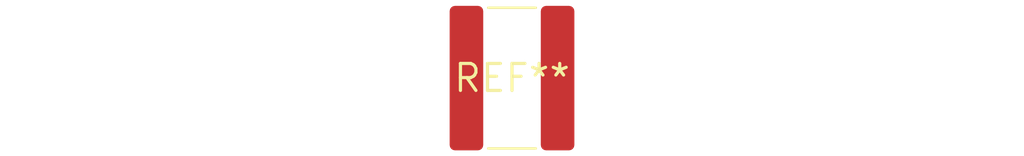
<source format=kicad_pcb>
(kicad_pcb (version 20240108) (generator pcbnew)
  (layers (0 "F.Cu" signal) (31 "B.Cu" signal) (34 "B.Paste" user) (35 "F.Paste" user) (36 "B.SilkS" user "B.Silkscreen") (37 "F.SilkS" user "F.Silkscreen") (38 "B.Mask" user) (39 "F.Mask" user) (44 "Edge.Cuts" user))
  (net 0 "")
  (footprint "C_1825_4564Metric_Pad1.57x6.80mm_HandSolder" (layer "F.Cu") (at 0 0)
    (property "Reference" "REF**")
    (property "Value" "C_1825_4564Metric_Pad1.57x6.80mm_HandSolder")
    (fp_line (start -1.115748 -3.31) (end 1.115748 -3.31) (layer "F.SilkS") (stroke (width 0.12)))
    (fp_line (start -1.115748 3.31) (end 1.115748 3.31) (layer "F.SilkS") (stroke (width 0.12)))
    (pad "1" smd roundrect (at -2.1375 0) (size 1.575 6.8) (layers "F.Cu" "F.Paste" "F.Mask") (roundrect_rratio 0.15873))
    (pad "2" smd roundrect (at 2.1375 0) (size 1.575 6.8) (layers "F.Cu" "F.Paste" "F.Mask") (roundrect_rratio 0.15873))
  )
)
</source>
